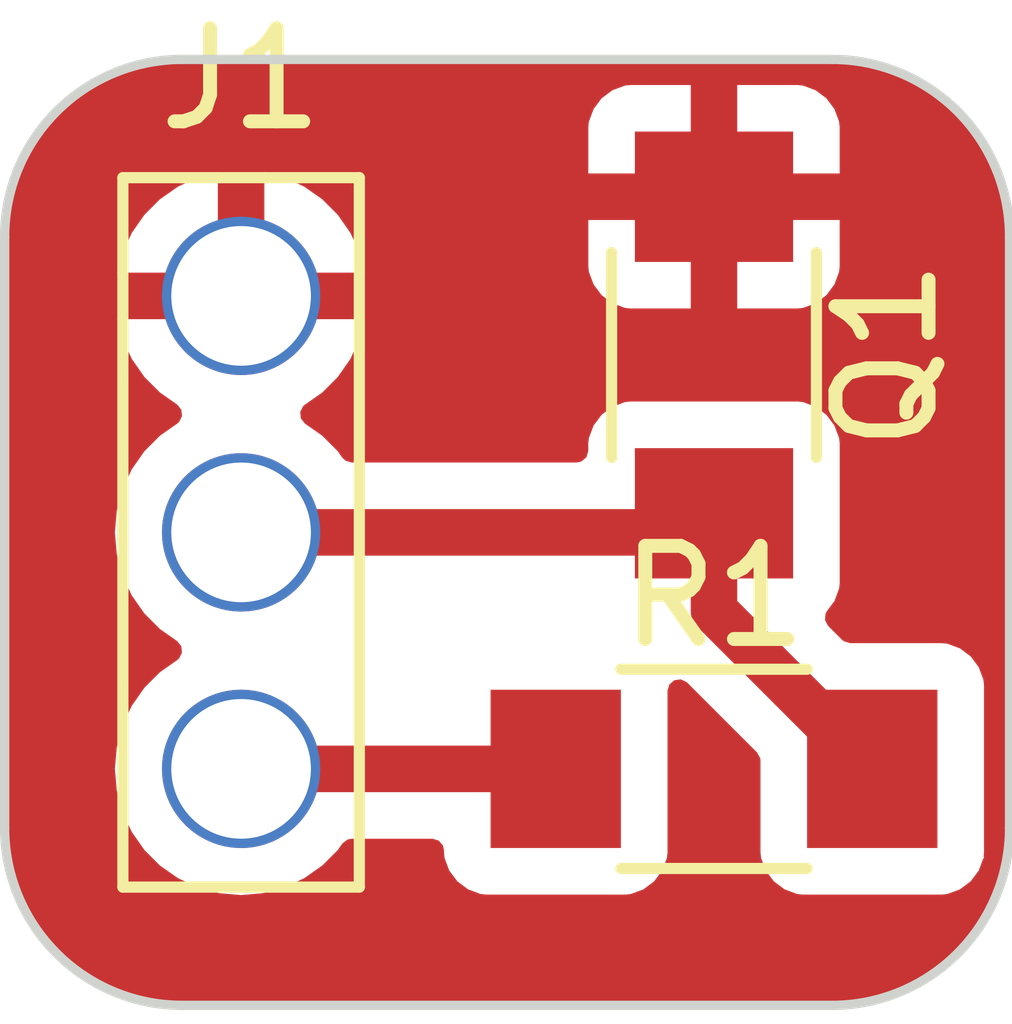
<source format=kicad_pcb>
(kicad_pcb (version 20221018) (generator pcbnew)
  (layers (0 "F.Cu" signal) (31 "B.Cu" signal) (34 "B.Paste" user) (35 "F.Paste" user) (36 "B.SilkS" user "B.Silkscreen") (37 "F.SilkS" user "F.Silkscreen") (38 "B.Mask" user) (39 "F.Mask" user) (44 "Edge.Cuts" user))
  (net 0 "")
  (net 1 "/Photo_Out")
  (net 2 "PWR_3V3")
  (net 3 "PWR_GND")
  (footprint "fab:Q_1206" (layer "F.Cu") (at 150.495 104.14 -90)
    (fp_text reference "Q1" (at 0 -1.85 90) (layer "F.SilkS"))
    (fp_text value "Phototransistor" hide)
    (fp_line (start -1.1 -1.1) (end 1.1 -1.1) (stroke (width 0.12)) (layer "F.SilkS"))
    (fp_line (start -1.1 1.1) (end 1.1 1.1) (stroke (width 0.12)) (layer "F.SilkS"))
    (pad "1" smd rect (at -1.7 0 270) (size 1.4 1.7) (layers "F.Cu" "F.Paste" "F.Mask") (net 3 "PWR_GND"))
    (pad "2" smd rect (at 1.7 0 270) (size 1.4 1.7) (layers "F.Cu" "F.Paste" "F.Mask") (net 1 "/Photo_Out"))
  )
  (footprint "Fab:R_1206" (layer "F.Cu") (at 150.495 108.585)
    (fp_text reference "R1" (at 0 -1.85) (layer "F.SilkS"))
    (fp_text value "10K")
    (fp_line (start -1 -1.07) (end 1 -1.07) (stroke (width 0.12)) (layer "F.SilkS"))
    (fp_line (start 1 1.07) (end -1 1.07) (stroke (width 0.12)) (layer "F.SilkS"))
    (pad "1" smd rect (at -1.7 0) (size 1.4 1.7) (layers "F.Cu" "F.Paste" "F.Mask") (net 2 "PWR_3V3"))
    (pad "2" smd rect (at 1.7 0) (size 1.4 1.7) (layers "F.Cu" "F.Paste" "F.Mask") (net 1 "/Photo_Out"))
  )
  (footprint "fab:PinHeader_1x03_P2.54mm_Vertical_THT_D1mm" (layer "F.Cu") (at 145.415 103.505)
    (fp_text reference "J1" (at 0 -2.33) (layer "F.SilkS"))
    (fp_text value "Conn_PinHeader_1x03_P2.54mm_Vertical_THT_D1mm" hide)
    (fp_line (start -1.27 -1.27) (end -1.27 6.35) (stroke (width 0.12)) (layer "F.SilkS"))
    (fp_line (start -1.27 -1.27) (end 1.27 -1.27) (stroke (width 0.12)) (layer "F.SilkS"))
    (fp_line (start -1.27 6.35) (end 1.27 6.35) (stroke (width 0.12)) (layer "F.SilkS"))
    (fp_line (start 1.27 -1.27) (end 1.27 6.35) (stroke (width 0.12)) (layer "F.SilkS"))
    (pad "1" thru_hole oval (at 0 0) (size 1.7 1.7) (drill 1.5) (layers "*.Cu" "*.Mask") (net 3 "PWR_GND"))
    (pad "2" thru_hole oval (at 0 2.54) (size 1.7 1.7) (drill 1.5) (layers "*.Cu" "*.Mask") (net 1 "/Photo_Out"))
    (pad "3" thru_hole oval (at 0 5.08) (size 1.7 1.7) (drill 1.5) (layers "*.Cu" "*.Mask") (net 2 "PWR_3V3"))
  )
  (gr_line (start 151.765 111.125) (end 144.78 111.125) (stroke (width 0.1)) (layer "Edge.Cuts"))
  (gr_arc (start 151.765 100.965) (mid 153.112038 101.522962) (end 153.67 102.87) (stroke (width 0.1)) (layer "Edge.Cuts"))
  (gr_line (start 153.67 102.87) (end 153.67 109.22) (stroke (width 0.1)) (layer "Edge.Cuts"))
  (gr_line (start 142.875 109.22) (end 142.875 102.87) (stroke (width 0.1)) (layer "Edge.Cuts"))
  (gr_arc (start 153.67 109.22) (mid 153.112038 110.567038) (end 151.765 111.125) (stroke (width 0.1)) (layer "Edge.Cuts"))
  (gr_arc (start 142.875 102.87) (mid 143.432962 101.522962) (end 144.78 100.965) (stroke (width 0.1)) (layer "Edge.Cuts"))
  (gr_line (start 144.78 100.965) (end 151.765 100.965) (stroke (width 0.1)) (layer "Edge.Cuts"))
  (gr_arc (start 144.78 111.125) (mid 143.432962 110.567038) (end 142.875 109.22) (stroke (width 0.1)) (layer "Edge.Cuts"))
  (segment (start 150.29 106.045) (end 150.495 105.84) (width 0.5) (layer "F.Cu") (net 1))
  (segment (start 145.415 106.045) (end 150.29 106.045) (width 0.5) (layer "F.Cu") (net 1))
  (segment (start 150.495 105.84) (end 150.495 106.885) (width 0.5) (layer "F.Cu") (net 1))
  (segment (start 150.495 106.885) (end 152.195 108.585) (width 0.5) (layer "F.Cu") (net 1))
  (segment (start 148.795 108.585) (end 145.415 108.585) (width 0.5) (layer "F.Cu") (net 2))
  (zone (net 3) (net_name "PWR_GND") (layer "F.Cu") (connect_pads (clearance 0.5)) (min_thickness 0.25) (fill yes (thermal_gap 0.5) (thermal_bridge_width 0.5))
    (polygon (pts (xy 153.67 100.965) (xy 142.875 100.965) (xy 142.875 111.125) (xy 153.67 111.125)))
  )
)
</source>
